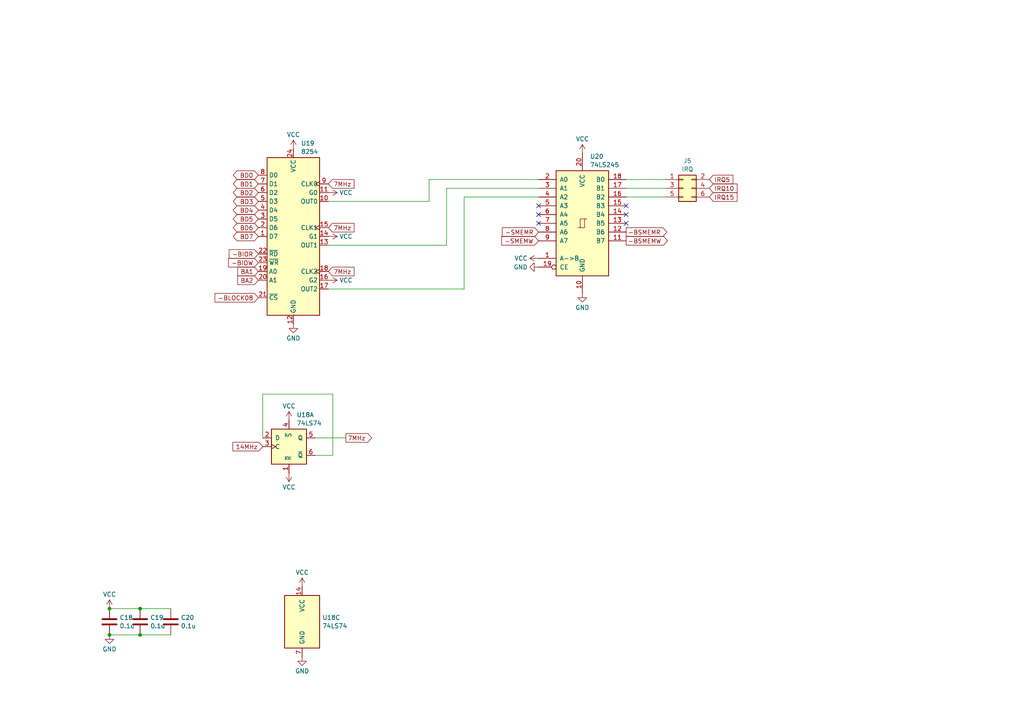
<source format=kicad_sch>
(kicad_sch (version 20231120) (generator "eeschema") (generator_version "8.0")
  (paper "A4")
  (title_block (title "386SX Embedded Expansion Card") (date "2024-07-26") (rev "1.0-001") (company "Circuit Cellar/Computer Applications Journal") (comment 1 "Redraw by Richard Cini 07/2024") (comment 2 "Original by Ed Nisley"))
  (lib_symbols
    (symbol "74xx:74LS245" (pin_names (offset 1.016))
      (property "Reference" "U" (at -7.62 16.51 0))
      (property "Value" "74LS245" (at -7.62 -16.51 0))
      (symbol "74LS245_1_0"
        (polyline (pts (xy -0.635 -1.27) (xy -0.635 1.27) (xy 0.635 1.27)))
        (polyline (pts (xy -1.27 -1.27) (xy 0.635 -1.27) (xy 0.635 1.27) (xy 1.27 1.27)))
        (pin input line (at -12.7 -10.16 0) (length 5.08) (name "A->B") (number "1"))
        (pin power_in line (at 0 -20.32 90) (length 5.08) (name "GND") (number "10"))
        (pin tri_state line (at 12.7 -5.08 180) (length 5.08) (name "B7") (number "11"))
        (pin tri_state line (at 12.7 -2.54 180) (length 5.08) (name "B6") (number "12"))
        (pin tri_state line (at 12.7 0 180) (length 5.08) (name "B5") (number "13"))
        (pin tri_state line (at 12.7 2.54 180) (length 5.08) (name "B4") (number "14"))
        (pin tri_state line (at 12.7 5.08 180) (length 5.08) (name "B3") (number "15"))
        (pin tri_state line (at 12.7 7.62 180) (length 5.08) (name "B2") (number "16"))
        (pin tri_state line (at 12.7 10.16 180) (length 5.08) (name "B1") (number "17"))
        (pin tri_state line (at 12.7 12.7 180) (length 5.08) (name "B0") (number "18"))
        (pin input inverted (at -12.7 -12.7 0) (length 5.08) (name "CE") (number "19"))
        (pin tri_state line (at -12.7 12.7 0) (length 5.08) (name "A0") (number "2"))
        (pin power_in line (at 0 20.32 270) (length 5.08) (name "VCC") (number "20"))
        (pin tri_state line (at -12.7 10.16 0) (length 5.08) (name "A1") (number "3"))
        (pin tri_state line (at -12.7 7.62 0) (length 5.08) (name "A2") (number "4"))
        (pin tri_state line (at -12.7 5.08 0) (length 5.08) (name "A3") (number "5"))
        (pin tri_state line (at -12.7 2.54 0) (length 5.08) (name "A4") (number "6"))
        (pin tri_state line (at -12.7 0 0) (length 5.08) (name "A5") (number "7"))
        (pin tri_state line (at -12.7 -2.54 0) (length 5.08) (name "A6") (number "8"))
        (pin tri_state line (at -12.7 -5.08 0) (length 5.08) (name "A7") (number "9"))
      )
      (symbol "74LS245_1_1"
        (rectangle (start -7.62 15.24) (end 7.62 -15.24) (stroke (width 0.254)) (fill (type background)))
      )
    )
    (symbol "74xx:74LS74" (pin_names (offset 1.016))
      (property "Reference" "U" (at -7.62 8.89 0))
      (property "Value" "74LS74" (at -7.62 -8.89 0))
      (symbol "74LS74_1_0"
        (pin input line (at 0 -7.62 90) (length 2.54) (name "~{R}") (number "1"))
        (pin input line (at -7.62 2.54 0) (length 2.54) (name "D") (number "2"))
        (pin input clock (at -7.62 0 0) (length 2.54) (name "C") (number "3"))
        (pin input line (at 0 7.62 270) (length 2.54) (name "~{S}") (number "4"))
        (pin output line (at 7.62 2.54 180) (length 2.54) (name "Q") (number "5"))
        (pin output line (at 7.62 -2.54 180) (length 2.54) (name "~{Q}") (number "6"))
      )
      (symbol "74LS74_1_1"
        (rectangle (start -5.08 5.08) (end 5.08 -5.08) (stroke (width 0.254)) (fill (type background)))
      )
      (symbol "74LS74_2_0"
        (pin input line (at 0 7.62 270) (length 2.54) (name "~{S}") (number "10"))
        (pin input clock (at -7.62 0 0) (length 2.54) (name "C") (number "11"))
        (pin input line (at -7.62 2.54 0) (length 2.54) (name "D") (number "12"))
        (pin input line (at 0 -7.62 90) (length 2.54) (name "~{R}") (number "13"))
        (pin output line (at 7.62 -2.54 180) (length 2.54) (name "~{Q}") (number "8"))
        (pin output line (at 7.62 2.54 180) (length 2.54) (name "Q") (number "9"))
      )
      (symbol "74LS74_2_1"
        (rectangle (start -5.08 5.08) (end 5.08 -5.08) (stroke (width 0.254)) (fill (type background)))
      )
      (symbol "74LS74_3_0"
        (pin power_in line (at 0 10.16 270) (length 2.54) (name "VCC") (number "14"))
        (pin power_in line (at 0 -10.16 90) (length 2.54) (name "GND") (number "7"))
      )
      (symbol "74LS74_3_1"
        (rectangle (start -5.08 7.62) (end 5.08 -7.62) (stroke (width 0.254)) (fill (type background)))
      )
    )
    (symbol "Connector_Generic:Conn_02x03_Odd_Even" (pin_names (offset 1.016) hide)
      (property "Reference" "J" (at 1.27 5.08 0))
      (property "Value" "Conn_02x03_Odd_Even" (at 1.27 -5.08 0))
      (symbol "Conn_02x03_Odd_Even_1_1"
        (rectangle (start -1.27 -2.413) (end 0 -2.667) (stroke (width 0.1524)))
        (rectangle (start -1.27 0.127) (end 0 -0.127) (stroke (width 0.1524)))
        (rectangle (start -1.27 2.667) (end 0 2.413) (stroke (width 0.1524)))
        (rectangle (start -1.27 3.81) (end 3.81 -3.81) (stroke (width 0.254)) (fill (type background)))
        (rectangle (start 3.81 -2.413) (end 2.54 -2.667) (stroke (width 0.1524)))
        (rectangle (start 3.81 0.127) (end 2.54 -0.127) (stroke (width 0.1524)))
        (rectangle (start 3.81 2.667) (end 2.54 2.413) (stroke (width 0.1524)))
        (pin passive line (at -5.08 2.54 0) (length 3.81) (name "Pin_1") (number "1"))
        (pin passive line (at 7.62 2.54 180) (length 3.81) (name "Pin_2") (number "2"))
        (pin passive line (at -5.08 0 0) (length 3.81) (name "Pin_3") (number "3"))
        (pin passive line (at 7.62 0 180) (length 3.81) (name "Pin_4") (number "4"))
        (pin passive line (at -5.08 -2.54 0) (length 3.81) (name "Pin_5") (number "5"))
        (pin passive line (at 7.62 -2.54 180) (length 3.81) (name "Pin_6") (number "6"))
      )
    )
    (symbol "Device:C" (pin_numbers hide) (pin_names (offset 0.254))
      (property "Reference" "C" (at 0.635 2.54 0))
      (property "Value" "C" (at 0.635 -2.54 0))
      (symbol "C_0_1"
        (polyline (pts (xy -2.032 -0.762) (xy 2.032 -0.762)) (stroke (width 0.508)))
        (polyline (pts (xy -2.032 0.762) (xy 2.032 0.762)) (stroke (width 0.508)))
      )
      (symbol "C_1_1"
        (pin passive line (at 0 3.81 270) (length 2.794) (name "~") (number "1"))
        (pin passive line (at 0 -3.81 90) (length 2.794) (name "~") (number "2"))
      )
    )
    (symbol "Timer:8254"
      (property "Reference" "U" (at -5.08 24.13 0))
      (property "Value" "8254" (at 2.54 24.13 0))
      (symbol "8254_0_1"
        (rectangle (start -7.62 -22.86) (end 7.62 22.86) (stroke (width 0.254)) (fill (type background)))
      )
      (symbol "8254_1_1"
        (pin bidirectional line (at -10.16 0 0) (length 2.54) (name "D7") (number "1"))
        (pin output line (at 10.16 10.16 180) (length 2.54) (name "OUT0") (number "10"))
        (pin input line (at 10.16 12.7 180) (length 2.54) (name "G0") (number "11"))
        (pin power_in line (at 0 -25.4 90) (length 2.54) (name "GND") (number "12"))
        (pin output line (at 10.16 -2.54 180) (length 2.54) (name "OUT1") (number "13"))
        (pin input line (at 10.16 0 180) (length 2.54) (name "G1") (number "14"))
        (pin input clock (at 10.16 2.54 180) (length 2.54) (name "CLK1") (number "15"))
        (pin input line (at 10.16 -12.7 180) (length 2.54) (name "G2") (number "16"))
        (pin output line (at 10.16 -15.24 180) (length 2.54) (name "OUT2") (number "17"))
        (pin input clock (at 10.16 -10.16 180) (length 2.54) (name "CLK2") (number "18"))
        (pin input line (at -10.16 -10.16 0) (length 2.54) (name "A0") (number "19"))
        (pin bidirectional line (at -10.16 2.54 0) (length 2.54) (name "D6") (number "2"))
        (pin input line (at -10.16 -12.7 0) (length 2.54) (name "A1") (number "20"))
        (pin input line (at -10.16 -17.78 0) (length 2.54) (name "~{CS}") (number "21"))
        (pin input line (at -10.16 -5.08 0) (length 2.54) (name "~{RD}") (number "22"))
        (pin input line (at -10.16 -7.62 0) (length 2.54) (name "~{WR}") (number "23"))
        (pin power_in line (at 0 25.4 270) (length 2.54) (name "VCC") (number "24"))
        (pin bidirectional line (at -10.16 5.08 0) (length 2.54) (name "D5") (number "3"))
        (pin bidirectional line (at -10.16 7.62 0) (length 2.54) (name "D4") (number "4"))
        (pin bidirectional line (at -10.16 10.16 0) (length 2.54) (name "D3") (number "5"))
        (pin bidirectional line (at -10.16 12.7 0) (length 2.54) (name "D2") (number "6"))
        (pin bidirectional line (at -10.16 15.24 0) (length 2.54) (name "D1") (number "7"))
        (pin bidirectional line (at -10.16 17.78 0) (length 2.54) (name "D0") (number "8"))
        (pin input clock (at 10.16 15.24 180) (length 2.54) (name "CLK0") (number "9"))
      )
    )
    (symbol "power:GND" (power) (pin_numbers hide) (pin_names (offset 0) hide)
      (property "Value" "GND" (at 0 -3.81 0))
      (symbol "GND_0_1"
        (polyline (pts (xy 0 0) (xy 0 -1.27) (xy 1.27 -1.27) (xy 0 -2.54) (xy -1.27 -1.27) (xy 0 -1.27)))
      )
      (symbol "GND_1_1"
        (pin power_in line (at 0 0 270) (length 0) (name "~") (number "1"))
      )
    )
    (symbol "power:VCC" (power) (pin_numbers hide) (pin_names (offset 0) hide)
      (property "Value" "VCC" (at 0 3.556 0))
      (symbol "VCC_0_1"
        (polyline (pts (xy -0.762 1.27) (xy 0 2.54)))
        (polyline (pts (xy 0 0) (xy 0 2.54)))
        (polyline (pts (xy 0 2.54) (xy 0.762 1.27)))
      )
      (symbol "VCC_1_1"
        (pin power_in line (at 0 0 90) (length 0) (name "~") (number "1"))
      )
    )
  )
  (junction (at 31.75 176.53))
  (junction (at 31.75 184.15))
  (junction (at 40.64 184.15))
  (junction (at 40.64 176.53))
  (no_connect (at 181.61 59.69))
  (no_connect (at 156.21 62.23))
  (no_connect (at 181.61 64.77))
  (no_connect (at 156.21 64.77))
  (no_connect (at 156.21 59.69))
  (no_connect (at 181.61 62.23))
  (wire (pts (xy 181.61 57.15) (xy 193.04 57.15)))
  (wire (pts (xy 134.62 83.82) (xy 134.62 57.15)))
  (wire (pts (xy 181.61 52.07) (xy 193.04 52.07)))
  (wire (pts (xy 76.2 114.3) (xy 96.52 114.3)))
  (wire (pts (xy 95.25 58.42) (xy 124.46 58.42)))
  (wire (pts (xy 95.25 83.82) (xy 134.62 83.82)))
  (wire (pts (xy 95.25 71.12) (xy 129.54 71.12)))
  (wire (pts (xy 96.52 114.3) (xy 96.52 132.08)))
  (wire (pts (xy 129.54 71.12) (xy 129.54 54.61)))
  (wire (pts (xy 40.64 184.15) (xy 49.53 184.15)))
  (wire (pts (xy 91.44 127) (xy 100.33 127)))
  (wire (pts (xy 40.64 176.53) (xy 49.53 176.53)))
  (wire (pts (xy 124.46 58.42) (xy 124.46 52.07)))
  (wire (pts (xy 129.54 54.61) (xy 156.21 54.61)))
  (wire (pts (xy 134.62 57.15) (xy 156.21 57.15)))
  (wire (pts (xy 181.61 54.61) (xy 193.04 54.61)))
  (wire (pts (xy 31.75 184.15) (xy 40.64 184.15)))
  (wire (pts (xy 124.46 52.07) (xy 156.21 52.07)))
  (wire (pts (xy 96.52 132.08) (xy 91.44 132.08)))
  (wire (pts (xy 76.2 127) (xy 76.2 114.3)))
  (wire (pts (xy 31.75 176.53) (xy 40.64 176.53)))
  (global_label "-BIOR" (shape input) (at 74.93 73.66 180) (property "Intersheetrefs" "${INTERSHEET_REFS}" (at 65.8971 73.66 0) (effects (justify right))))
  (global_label "-BSMEMW" (shape output) (at 181.61 69.85 0) (property "Intersheetrefs" "${INTERSHEET_REFS}" (at 192.9408 69.85 0) (effects (justify left))))
  (global_label "-BSMEMR" (shape output) (at 181.61 67.31 0) (property "Intersheetrefs" "${INTERSHEET_REFS}" (at 192.7594 67.31 0) (effects (justify left))))
  (global_label "BD1" (shape bidirectional) (at 74.93 53.34 180) (property "Intersheetrefs" "${INTERSHEET_REFS}" (at 67.084 53.34 0) (effects (justify right))))
  (global_label "7MHz" (shape input) (at 95.25 53.34 0) (property "Intersheetrefs" "${INTERSHEET_REFS}" (at 103.2547 53.34 0) (effects (justify left))))
  (global_label "7MHz" (shape output) (at 100.33 127 0) (property "Intersheetrefs" "${INTERSHEET_REFS}" (at 108.3347 127 0) (effects (justify left))))
  (global_label "-BIOW" (shape input) (at 74.93 76.2 180) (property "Intersheetrefs" "${INTERSHEET_REFS}" (at 65.7157 76.2 0) (effects (justify right))))
  (global_label "-BLOCK08" (shape input) (at 74.93 86.36 180) (property "Intersheetrefs" "${INTERSHEET_REFS}" (at 61.7848 86.36 0) (effects (justify right))))
  (global_label "BA1" (shape input) (at 74.93 78.74 180) (property "Intersheetrefs" "${INTERSHEET_REFS}" (at 68.3767 78.74 0) (effects (justify right))))
  (global_label "-SMEMR" (shape input) (at 156.21 67.31 180) (property "Intersheetrefs" "${INTERSHEET_REFS}" (at 145.1211 67.31 0) (effects (justify right))))
  (global_label "BD4" (shape bidirectional) (at 74.93 60.96 180) (property "Intersheetrefs" "${INTERSHEET_REFS}" (at 67.084 60.96 0) (effects (justify right))))
  (global_label "BD0" (shape bidirectional) (at 74.93 50.8 180) (property "Intersheetrefs" "${INTERSHEET_REFS}" (at 67.084 50.8 0) (effects (justify right))))
  (global_label "BD6" (shape bidirectional) (at 74.93 66.04 180) (property "Intersheetrefs" "${INTERSHEET_REFS}" (at 67.084 66.04 0) (effects (justify right))))
  (global_label "14MHz" (shape input) (at 76.2 129.54 180) (property "Intersheetrefs" "${INTERSHEET_REFS}" (at 66.9858 129.54 0) (effects (justify right))))
  (global_label "BD2" (shape bidirectional) (at 74.93 55.88 180) (property "Intersheetrefs" "${INTERSHEET_REFS}" (at 67.084 55.88 0) (effects (justify right))))
  (global_label "-SMEMW" (shape input) (at 156.21 69.85 180) (property "Intersheetrefs" "${INTERSHEET_REFS}" (at 144.9397 69.85 0) (effects (justify right))))
  (global_label "BD7" (shape bidirectional) (at 74.93 68.58 180) (property "Intersheetrefs" "${INTERSHEET_REFS}" (at 67.084 68.58 0) (effects (justify right))))
  (global_label "IRQ15" (shape input) (at 205.74 57.15 0) (property "Intersheetrefs" "${INTERSHEET_REFS}" (at 214.3495 57.15 0) (effects (justify left))))
  (global_label "BD5" (shape bidirectional) (at 74.93 63.5 180) (property "Intersheetrefs" "${INTERSHEET_REFS}" (at 67.084 63.5 0) (effects (justify right))))
  (global_label "BD3" (shape bidirectional) (at 74.93 58.42 180) (property "Intersheetrefs" "${INTERSHEET_REFS}" (at 67.084 58.42 0) (effects (justify right))))
  (global_label "7MHz" (shape input) (at 95.25 78.74 0) (property "Intersheetrefs" "${INTERSHEET_REFS}" (at 103.2547 78.74 0) (effects (justify left))))
  (global_label "IRQ5" (shape input) (at 205.74 52.07 0) (property "Intersheetrefs" "${INTERSHEET_REFS}" (at 213.14 52.07 0) (effects (justify left))))
  (global_label "IRQ10" (shape input) (at 205.74 54.61 0) (property "Intersheetrefs" "${INTERSHEET_REFS}" (at 214.3495 54.61 0) (effects (justify left))))
  (global_label "7MHz" (shape input) (at 95.25 66.04 0) (property "Intersheetrefs" "${INTERSHEET_REFS}" (at 103.2547 66.04 0) (effects (justify left))))
  (global_label "BA2" (shape input) (at 74.93 81.28 180) (property "Intersheetrefs" "${INTERSHEET_REFS}" (at 68.3767 81.28 0) (effects (justify right))))
  (symbol (lib_id "power:VCC") (at 95.25 81.28 270) (unit 1)
    (property "Reference" "#PWR080" (effects (hide yes)))
    (property "Value" "VCC" (at 98.425 81.28 90) (effects (justify left)))
    (property "Description" "Power symbol creates a global label with name \"VCC\"" (effects (hide yes)))
  )
  (symbol (lib_id "74xx:74LS74") (at 87.63 180.34 0) (unit 3)
    (property "Reference" "U18" (at 93.472 179.1278 0) (effects (justify left)))
    (property "Value" "74LS74" (at 93.472 181.5521 0) (effects (justify left)))
    (property "Footprint" "Package_DIP:DIP-14_W7.62mm_Socket" (effects (hide yes)))
    (property "Datasheet" "74xx/74hc_hct74.pdf" (effects (hide yes)))
    (property "Description" "Dual D Flip-flop, Set & Reset" (effects (hide yes)))
  )
  (symbol (lib_id "74xx:74LS74") (at 83.82 129.54 0) (unit 1)
    (property "Reference" "U18" (at 86.0141 120.3155 0) (effects (justify left)))
    (property "Value" "74LS74" (at 86.0141 122.7398 0) (effects (justify left)))
    (property "Footprint" "Package_DIP:DIP-14_W7.62mm_Socket" (effects (hide yes)))
    (property "Datasheet" "74xx/74hc_hct74.pdf" (effects (hide yes)))
    (property "Description" "Dual D Flip-flop, Set & Reset" (effects (hide yes)))
  )
  (symbol (lib_id "power:VCC") (at 95.25 68.58 270) (unit 1)
    (property "Reference" "#PWR079" (effects (hide yes)))
    (property "Value" "VCC" (at 98.425 68.58 90) (effects (justify left)))
    (property "Description" "Power symbol creates a global label with name \"VCC\"" (effects (hide yes)))
  )
  (symbol (lib_id "power:VCC") (at 83.82 137.16 180) (unit 1)
    (property "Reference" "#PWR073" (effects (hide yes)))
    (property "Value" "VCC" (at 83.82 141.2931 0))
    (property "Description" "Power symbol creates a global label with name \"VCC\"" (effects (hide yes)))
  )
  (symbol (lib_id "power:VCC") (at 83.82 121.92 0) (unit 1)
    (property "Reference" "#PWR072" (effects (hide yes)))
    (property "Value" "VCC" (at 83.82 117.7869 0))
    (property "Description" "Power symbol creates a global label with name \"VCC\"" (effects (hide yes)))
  )
  (symbol (lib_id "Timer:8254") (at 85.09 68.58 0) (unit 1)
    (property "Reference" "U19" (at 87.2841 41.5755 0) (effects (justify left)))
    (property "Value" "8254" (at 87.2841 43.9998 0) (effects (justify left)))
    (property "Footprint" "Package_DIP:DIP-24_W15.24mm" (effects (hide yes)))
    (property "Datasheet" "http://www.scs.stanford.edu/10wi-cs140/pintos/specs/8254.pdf" (effects (hide yes)))
    (property "Description" "Programmable Interval Timer, PDIP-24" (effects (hide yes)))
  )
  (symbol (lib_id "power:GND") (at 87.63 190.5 0) (unit 1)
    (property "Reference" "#PWR077" (effects (hide yes)))
    (property "Value" "GND" (at 87.63 194.6331 0))
    (property "Description" "Power symbol creates a global label with name \"GND\" , ground" (effects (hide yes)))
  )
  (symbol (lib_id "power:GND") (at 85.09 93.98 0) (unit 1)
    (property "Reference" "#PWR075" (effects (hide yes)))
    (property "Value" "GND" (at 85.09 98.1131 0))
    (property "Description" "Power symbol creates a global label with name \"GND\" , ground" (effects (hide yes)))
  )
  (symbol (lib_id "power:GND") (at 168.91 85.09 0) (unit 1)
    (property "Reference" "#PWR084" (effects (hide yes)))
    (property "Value" "GND" (at 168.91 89.2231 0))
    (property "Description" "Power symbol creates a global label with name \"GND\" , ground" (effects (hide yes)))
  )
  (symbol (lib_id "power:VCC") (at 85.09 43.18 0) (unit 1)
    (property "Reference" "#PWR074" (effects (hide yes)))
    (property "Value" "VCC" (at 85.09 39.0469 0))
    (property "Description" "Power symbol creates a global label with name \"VCC\"" (effects (hide yes)))
  )
  (symbol (lib_id "power:VCC") (at 87.63 170.18 0) (unit 1)
    (property "Reference" "#PWR076" (effects (hide yes)))
    (property "Value" "VCC" (at 87.63 166.0469 0))
    (property "Description" "Power symbol creates a global label with name \"VCC\"" (effects (hide yes)))
  )
  (symbol (lib_id "Device:C") (at 49.53 180.34 0) (unit 1)
    (property "Reference" "C20" (at 52.451 179.1279 0) (effects (justify left)))
    (property "Value" "0.1u" (at 52.451 181.5521 0) (effects (justify left)))
    (property "Footprint" "Capacitor_THT:C_Disc_D4.3mm_W1.9mm_P5.00mm" (effects (hide yes)))
  )
  (symbol (lib_id "power:VCC") (at 168.91 44.45 0) (unit 1)
    (property "Reference" "#PWR083" (effects (hide yes)))
    (property "Value" "VCC" (at 168.91 40.3169 0))
    (property "Description" "Power symbol creates a global label with name \"VCC\"" (effects (hide yes)))
  )
  (symbol (lib_id "power:GND") (at 156.21 77.47 270) (unit 1)
    (property "Reference" "#PWR082" (effects (hide yes)))
    (property "Value" "GND" (at 153.0351 77.47 90) (effects (justify right)))
    (property "Description" "Power symbol creates a global label with name \"GND\" , ground" (effects (hide yes)))
  )
  (symbol (lib_id "power:GND") (at 31.75 184.15 0) (unit 1)
    (property "Reference" "#PWR071" (effects (hide yes)))
    (property "Value" "GND" (at 31.75 188.2831 0))
    (property "Description" "Power symbol creates a global label with name \"GND\" , ground" (effects (hide yes)))
  )
  (symbol (lib_id "power:VCC") (at 95.25 55.88 270) (unit 1)
    (property "Reference" "#PWR078" (effects (hide yes)))
    (property "Value" "VCC" (at 98.425 55.88 90) (effects (justify left)))
    (property "Description" "Power symbol creates a global label with name \"VCC\"" (effects (hide yes)))
  )
  (symbol (lib_id "power:VCC") (at 156.21 74.93 90) (unit 1)
    (property "Reference" "#PWR081" (effects (hide yes)))
    (property "Value" "VCC" (at 153.035 74.93 90) (effects (justify left)))
    (property "Description" "Power symbol creates a global label with name \"VCC\"" (effects (hide yes)))
  )
  (symbol (lib_id "Device:C") (at 40.64 180.34 0) (unit 1)
    (property "Reference" "C19" (at 43.561 179.1279 0) (effects (justify left)))
    (property "Value" "0.1u" (at 43.561 181.5521 0) (effects (justify left)))
    (property "Footprint" "Capacitor_THT:C_Disc_D4.3mm_W1.9mm_P5.00mm" (effects (hide yes)))
  )
  (symbol (lib_id "Connector_Generic:Conn_02x03_Odd_Even") (at 198.12 54.61 0) (unit 1)
    (property "Reference" "J5" (at 199.39 46.6555 0))
    (property "Value" "IRQ" (at 199.39 49.0798 0))
    (property "Footprint" "Connector_PinHeader_2.54mm:PinHeader_2x03_P2.54mm_Vertical" (effects (hide yes)))
    (property "Description" "Generic connector, double row, 02x03, odd/even pin numbering scheme (row 1 odd numbers, row 2 even numbers), script generated (kicad-library-utils/schlib/autogen/connector/)" (effects (hide yes)))
  )
  (symbol (lib_id "power:VCC") (at 31.75 176.53 0) (unit 1)
    (property "Reference" "#PWR070" (effects (hide yes)))
    (property "Value" "VCC" (at 31.75 172.3969 0))
    (property "Description" "Power symbol creates a global label with name \"VCC\"" (effects (hide yes)))
  )
  (symbol (lib_id "74xx:74LS245") (at 168.91 64.77 0) (unit 1)
    (property "Reference" "U20" (at 171.1041 45.3855 0) (effects (justify left)))
    (property "Value" "74LS245" (at 171.1041 47.8098 0) (effects (justify left)))
    (property "Footprint" "Package_DIP:DIP-20_W7.62mm_Socket" (effects (hide yes)))
    (property "Datasheet" "http://www.ti.com/lit/gpn/sn74LS245" (effects (hide yes)))
    (property "Description" "Octal BUS Transceivers, 3-State outputs" (effects (hide yes)))
  )
  (symbol (lib_id "Device:C") (at 31.75 180.34 0) (unit 1)
    (property "Reference" "C18" (at 34.671 179.1279 0) (effects (justify left)))
    (property "Value" "0.1u" (at 34.671 181.5521 0) (effects (justify left)))
    (property "Footprint" "Capacitor_THT:C_Disc_D4.3mm_W1.9mm_P5.00mm" (effects (hide yes)))
  )
)
</source>
